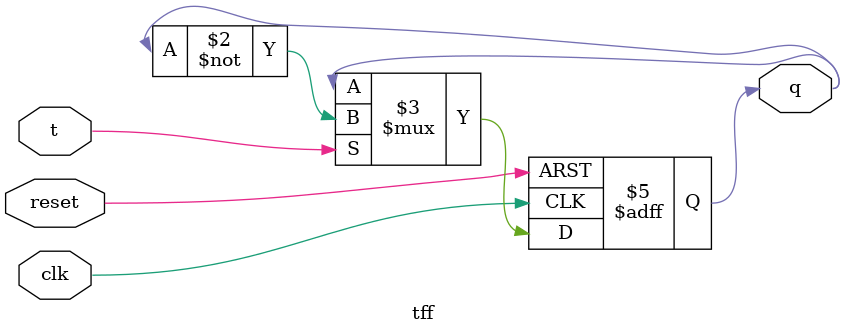
<source format=sv>
module tff(
input clk,
input reset,
input t,
output reg q);
  
  always @ (posedge clk or posedge reset) begin
    if (reset)
      q <= 0;
  	else if (t)
      q <= ~q;
  end
endmodule
</source>
